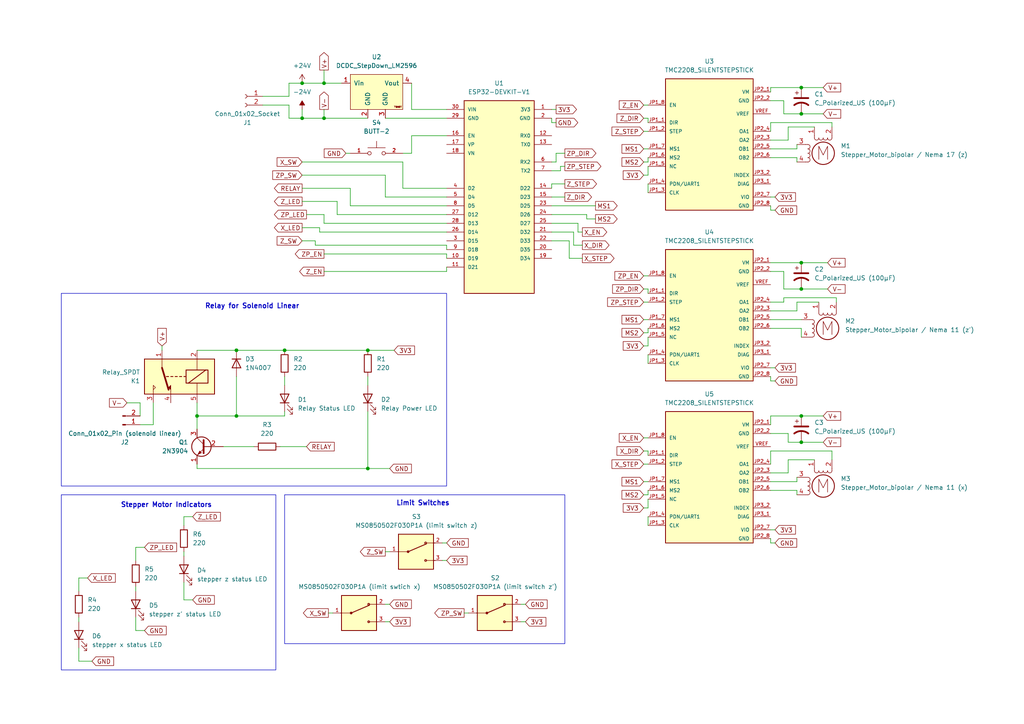
<source format=kicad_sch>
(kicad_sch (version 20231120) (generator "eeschema") (generator_version "8.0")
  (paper "A4")
  (title_block (title "IoT Liquid Dispensing Iodium-131 Capsules") (date "2024-05-22") (rev "6"))
  (lib_symbols
    (symbol "BUTT-2:BUTT-2" (pin_names (offset 1.016))
      (property "Reference" "S" (at -5.08 3.81 0))
      (property "Value" "BUTT-2" (at -5.08 -3.81 0))
      (symbol "BUTT-2_0_0"
        (pin passive line (at -7.62 0 0) (length 5.08) (name "~") (number "1"))
        (pin passive line (at 7.62 0 180) (length 5.08) (name "~") (number "2"))
      )
    )
    (symbol "Connector:Conn_01x02_Pin" (pin_names (offset 1.016) hide)
      (property "Reference" "J" (at 0 2.54 0))
      (property "Value" "Conn_01x02_Pin" (at 0 -5.08 0))
      (symbol "Conn_01x02_Pin_1_1"
        (pin passive line (at 5.08 0 180) (length 3.81) (name "Pin_1") (number "1"))
        (pin passive line (at 5.08 -2.54 180) (length 3.81) (name "Pin_2") (number "2"))
      )
    )
    (symbol "Connector:Conn_01x02_Socket" (pin_names (offset 1.016) hide)
      (property "Reference" "J" (at 0 2.54 0))
      (property "Value" "Conn_01x02_Socket" (at 0 -5.08 0))
      (symbol "Conn_01x02_Socket_1_1"
        (pin passive line (at -5.08 0 0) (length 3.81) (name "Pin_1") (number "1"))
        (pin passive line (at -5.08 -2.54 0) (length 3.81) (name "Pin_2") (number "2"))
      )
    )
    (symbol "Device:C_Polarized_US" (pin_numbers hide) (pin_names (offset 0.254) hide)
      (property "Reference" "C" (at 0.635 2.54 0))
      (property "Value" "C_Polarized_US" (at 0.635 -2.54 0))
      (symbol "C_Polarized_US_1_1"
        (pin passive line (at 0 3.81 270) (length 2.794) (name "~") (number "1"))
        (pin passive line (at 0 -3.81 90) (length 3.302) (name "~") (number "2"))
      )
    )
    (symbol "Device:D" (pin_numbers hide) (pin_names (offset 1.016) hide)
      (property "Reference" "D" (at 0 2.54 0))
      (property "Value" "D" (at 0 -2.54 0))
      (symbol "D_1_1"
        (pin passive line (at -3.81 0 0) (length 2.54) (name "K") (number "1"))
        (pin passive line (at 3.81 0 180) (length 2.54) (name "A") (number "2"))
      )
    )
    (symbol "Device:LED" (pin_numbers hide) (pin_names (offset 1.016) hide)
      (property "Reference" "D" (at 0 2.54 0))
      (property "Value" "LED" (at 0 -2.54 0))
      (symbol "LED_1_1"
        (pin passive line (at -3.81 0 0) (length 2.54) (name "K") (number "1"))
        (pin passive line (at 3.81 0 180) (length 2.54) (name "A") (number "2"))
      )
    )
    (symbol "Device:R" (pin_numbers hide) (pin_names (offset 0))
      (property "Reference" "R" (at 2.032 0 90))
      (property "Value" "R" (at 0 0 90))
      (symbol "R_1_1"
        (pin passive line (at 0 3.81 270) (length 1.27) (name "~") (number "1"))
        (pin passive line (at 0 -3.81 90) (length 1.27) (name "~") (number "2"))
      )
    )
    (symbol "ESP32-DEVKIT-V1:ESP32-DEVKIT-V1" (pin_names (offset 1.016))
      (property "Reference" "U" (at -10.16 30.48 0))
      (property "Value" "ESP32-DEVKIT-V1" (at -10.16 -30.48 0))
      (symbol "ESP32-DEVKIT-V1_0_0"
        (pin bidirectional line (at -15.24 -17.78 0) (length 5.08) (name "D19") (number "10"))
        (pin bidirectional line (at -15.24 -20.32 0) (length 5.08) (name "D21") (number "11"))
        (pin input line (at 15.24 17.78 180) (length 5.08) (name "RX0") (number "12"))
        (pin output line (at 15.24 15.24 180) (length 5.08) (name "TX0") (number "13"))
        (pin bidirectional line (at 15.24 2.54 180) (length 5.08) (name "D22") (number "14"))
        (pin bidirectional line (at 15.24 0 180) (length 5.08) (name "D23") (number "15"))
        (pin input line (at -15.24 17.78 0) (length 5.08) (name "EN") (number "16"))
        (pin bidirectional line (at -15.24 15.24 0) (length 5.08) (name "VP") (number "17"))
        (pin bidirectional line (at -15.24 12.7 0) (length 5.08) (name "VN") (number "18"))
        (pin bidirectional line (at 15.24 -17.78 180) (length 5.08) (name "D34") (number "19"))
        (pin bidirectional line (at 15.24 -15.24 180) (length 5.08) (name "D35") (number "20"))
        (pin bidirectional line (at 15.24 -10.16 180) (length 5.08) (name "D32") (number "21"))
        (pin bidirectional line (at 15.24 -12.7 180) (length 5.08) (name "D33") (number "22"))
        (pin bidirectional line (at 15.24 -2.54 180) (length 5.08) (name "D25") (number "23"))
        (pin bidirectional line (at 15.24 -5.08 180) (length 5.08) (name "D26") (number "24"))
        (pin bidirectional line (at 15.24 -7.62 180) (length 5.08) (name "D27") (number "25"))
        (pin bidirectional line (at -15.24 -10.16 0) (length 5.08) (name "D14") (number "26"))
        (pin bidirectional line (at -15.24 -5.08 0) (length 5.08) (name "D12") (number "27"))
        (pin bidirectional line (at -15.24 -7.62 0) (length 5.08) (name "D13") (number "28"))
        (pin power_in line (at -15.24 22.86 0) (length 5.08) (name "GND") (number "29"))
        (pin bidirectional line (at -15.24 -12.7 0) (length 5.08) (name "D15") (number "3"))
        (pin bidirectional line (at -15.24 2.54 0) (length 5.08) (name "D2") (number "4"))
        (pin bidirectional line (at -15.24 0 0) (length 5.08) (name "D4") (number "5"))
        (pin input line (at 15.24 10.16 180) (length 5.08) (name "RX2") (number "6"))
        (pin output line (at 15.24 7.62 180) (length 5.08) (name "TX2") (number "7"))
        (pin bidirectional line (at -15.24 -2.54 0) (length 5.08) (name "D5") (number "8"))
        (pin bidirectional line (at -15.24 -15.24 0) (length 5.08) (name "D18") (number "9"))
      )
      (symbol "ESP32-DEVKIT-V1_1_0"
        (pin power_out line (at 15.24 25.4 180) (length 5.08) (name "3V3") (number "1"))
        (pin power_out line (at 15.24 22.86 180) (length 5.08) (name "GND") (number "2"))
        (pin power_in line (at -15.24 25.4 0) (length 5.08) (name "VIN") (number "30"))
      )
    )
    (symbol "MS0850502F030P1A:MS0850502F030P1A" (pin_names (offset 1.016))
      (property "Reference" "S" (at -5.0923 5.6015 0))
      (property "Value" "MS0850502F030P1A" (at -5.0887 -7.633 0))
      (symbol "MS0850502F030P1A_0_0"
        (pin passive line (at -7.62 0 0) (length 2.54) (name "~") (number "1"))
        (pin passive line (at 7.62 2.54 180) (length 2.54) (name "~") (number "2"))
        (pin passive line (at 7.62 -2.54 180) (length 2.54) (name "~") (number "3"))
      )
    )
    (symbol "Motor:Stepper_Motor_bipolar" (pin_names (offset 0) hide)
      (property "Reference" "M" (at 3.81 2.54 0))
      (property "Value" "Stepper_Motor_bipolar" (at 3.81 1.27 0))
      (symbol "Stepper_Motor_bipolar_1_1"
        (pin passive line (at -2.54 7.62 270) (length 2.54) (name "~") (number "1"))
        (pin passive line (at 2.54 7.62 270) (length 2.54) (name "-") (number "2"))
        (pin passive line (at -7.62 2.54 0) (length 2.54) (name "~") (number "3"))
        (pin passive line (at -7.62 -2.54 0) (length 2.54) (name "~") (number "4"))
      )
    )
    (symbol "Relay:Relay_SPDT"
      (property "Reference" "K1" (at 11.43 1.2701 0))
      (property "Value" "Relay_SPDT" (at 11.43 -1.2699 0))
      (symbol "Relay_SPDT_1_1"
        (pin passive line (at 5.08 -7.62 90) (length 2.54) (name "~") (number "1"))
        (pin passive line (at -5.08 -7.62 90) (length 2.54) (name "~") (number "2"))
        (pin passive line (at 7.62 7.62 270) (length 2.54) (name "~") (number "3"))
        (pin passive line (at 2.54 7.62 270) (length 2.54) (name "~") (number "4"))
        (pin passive line (at -5.08 7.62 270) (length 2.54) (name "~") (number "5"))
      )
    )
    (symbol "TMC2208_SILENTSTEPSTICK:TMC2208_SILENTSTEPSTICK" (pin_names (offset 1.016))
      (property "Reference" "U" (at -12.7 19.05 0))
      (property "Value" "TMC2208_SILENTSTEPSTICK" (at -12.7 -22.86 0))
      (symbol "TMC2208_SILENTSTEPSTICK_0_0"
        (pin input line (at -17.78 5.08 0) (length 5.08) (name "DIR") (number "JP1_1"))
        (pin input line (at -17.78 2.54 0) (length 5.08) (name "STEP") (number "JP1_2"))
        (pin bidirectional line (at -17.78 -12.7 0) (length 5.08) (name "PDN/UART1") (number "JP1_4"))
        (pin input line (at -17.78 -5.08 0) (length 5.08) (name "MS2") (number "JP1_6"))
        (pin input line (at -17.78 -2.54 0) (length 5.08) (name "MS1") (number "JP1_7"))
        (pin input line (at -17.78 10.16 0) (length 5.08) (name "EN") (number "JP1_8"))
        (pin power_in line (at 17.78 11.43 180) (length 5.08) (name "GND") (number "JP2_2"))
        (pin passive line (at 17.78 0 180) (length 5.08) (name "OA2") (number "JP2_3"))
        (pin passive line (at 17.78 2.54 180) (length 5.08) (name "OA1") (number "JP2_4"))
        (pin passive line (at 17.78 -2.54 180) (length 5.08) (name "OB1") (number "JP2_5"))
        (pin passive line (at 17.78 -5.08 180) (length 5.08) (name "OB2") (number "JP2_6"))
        (pin power_in line (at 17.78 -16.51 180) (length 5.08) (name "VIO") (number "JP2_7"))
        (pin power_in line (at 17.78 -19.05 180) (length 5.08) (name "GND") (number "JP2_8"))
        (pin output line (at 17.78 -12.7 180) (length 5.08) (name "DIAG") (number "JP3_1"))
        (pin output line (at 17.78 -10.16 180) (length 5.08) (name "INDEX") (number "JP3_2"))
        (pin passive line (at 17.78 7.62 180) (length 5.08) (name "VREF") (number "VREF"))
      )
      (symbol "TMC2208_SILENTSTEPSTICK_1_0"
        (pin input line (at -17.78 -15.24 0) (length 5.08) (name "CLK") (number "JP1_3"))
        (pin free line (at -17.78 -7.62 0) (length 5.08) (name "NC") (number "JP1_5"))
        (pin power_in line (at 17.78 13.97 180) (length 5.08) (name "VM") (number "JP2_1"))
      )
    )
    (symbol "TMC2208_SILENTSTEPSTICK_1" (pin_names (offset 1.016))
      (property "Reference" "U" (at -12.7 19.05 0))
      (property "Value" "TMC2208_SILENTSTEPSTICK" (at -12.7 -22.86 0))
      (symbol "TMC2208_SILENTSTEPSTICK_1_0_0"
        (pin input line (at -17.78 5.08 0) (length 5.08) (name "DIR") (number "JP1_1"))
        (pin input line (at -17.78 2.54 0) (length 5.08) (name "STEP") (number "JP1_2"))
        (pin bidirectional line (at -17.78 -12.7 0) (length 5.08) (name "PDN/UART1") (number "JP1_4"))
        (pin input line (at -17.78 -5.08 0) (length 5.08) (name "MS2") (number "JP1_6"))
        (pin input line (at -17.78 -2.54 0) (length 5.08) (name "MS1") (number "JP1_7"))
        (pin input line (at -17.78 10.16 0) (length 5.08) (name "EN") (number "JP1_8"))
        (pin power_in line (at 17.78 11.43 180) (length 5.08) (name "GND") (number "JP2_2"))
        (pin passive line (at 17.78 0 180) (length 5.08) (name "OA2") (number "JP2_3"))
        (pin passive line (at 17.78 2.54 180) (length 5.08) (name "OA1") (number "JP2_4"))
        (pin passive line (at 17.78 -2.54 180) (length 5.08) (name "OB1") (number "JP2_5"))
        (pin passive line (at 17.78 -5.08 180) (length 5.08) (name "OB2") (number "JP2_6"))
        (pin power_in line (at 17.78 -16.51 180) (length 5.08) (name "VIO") (number "JP2_7"))
        (pin power_in line (at 17.78 -19.05 180) (length 5.08) (name "GND") (number "JP2_8"))
        (pin output line (at 17.78 -12.7 180) (length 5.08) (name "DIAG") (number "JP3_1"))
        (pin output line (at 17.78 -10.16 180) (length 5.08) (name "INDEX") (number "JP3_2"))
        (pin passive line (at 17.78 7.62 180) (length 5.08) (name "VREF") (number "VREF"))
      )
      (symbol "TMC2208_SILENTSTEPSTICK_1_1_0"
        (pin input line (at -17.78 -15.24 0) (length 5.08) (name "CLK") (number "JP1_3"))
        (pin free line (at -17.78 -7.62 0) (length 5.08) (name "NC") (number "JP1_5"))
        (pin power_in line (at 17.78 13.97 180) (length 5.08) (name "VM") (number "JP2_1"))
      )
    )
    (symbol "TMC2208_SILENTSTEPSTICK_2" (pin_names (offset 1.016))
      (property "Reference" "U" (at -12.7 19.05 0))
      (property "Value" "TMC2208_SILENTSTEPSTICK" (at -12.7 -22.86 0))
      (symbol "TMC2208_SILENTSTEPSTICK_2_0_0"
        (pin input line (at -17.78 5.08 0) (length 5.08) (name "DIR") (number "JP1_1"))
        (pin input line (at -17.78 2.54 0) (length 5.08) (name "STEP") (number "JP1_2"))
        (pin bidirectional line (at -17.78 -12.7 0) (length 5.08) (name "PDN/UART1") (number "JP1_4"))
        (pin input line (at -17.78 -5.08 0) (length 5.08) (name "MS2") (number "JP1_6"))
        (pin input line (at -17.78 -2.54 0) (length 5.08) (name "MS1") (number "JP1_7"))
        (pin input line (at -17.78 10.16 0) (length 5.08) (name "EN") (number "JP1_8"))
        (pin power_in line (at 17.78 11.43 180) (length 5.08) (name "GND") (number "JP2_2"))
        (pin passive line (at 17.78 0 180) (length 5.08) (name "OA2") (number "JP2_3"))
        (pin passive line (at 17.78 2.54 180) (length 5.08) (name "OA1") (number "JP2_4"))
        (pin passive line (at 17.78 -2.54 180) (length 5.08) (name "OB1") (number "JP2_5"))
        (pin passive line (at 17.78 -5.08 180) (length 5.08) (name "OB2") (number "JP2_6"))
        (pin power_in line (at 17.78 -16.51 180) (length 5.08) (name "VIO") (number "JP2_7"))
        (pin power_in line (at 17.78 -19.05 180) (length 5.08) (name "GND") (number "JP2_8"))
        (pin output line (at 17.78 -12.7 180) (length 5.08) (name "DIAG") (number "JP3_1"))
        (pin output line (at 17.78 -10.16 180) (length 5.08) (name "INDEX") (number "JP3_2"))
        (pin passive line (at 17.78 7.62 180) (length 5.08) (name "VREF") (number "VREF"))
      )
      (symbol "TMC2208_SILENTSTEPSTICK_2_1_0"
        (pin input line (at -17.78 -15.24 0) (length 5.08) (name "CLK") (number "JP1_3"))
        (pin free line (at -17.78 -7.62 0) (length 5.08) (name "NC") (number "JP1_5"))
        (pin power_in line (at 17.78 13.97 180) (length 5.08) (name "VM") (number "JP2_1"))
      )
    )
    (symbol "Transistor_BJT:2N3904" (pin_names (offset 0) hide)
      (property "Reference" "Q" (at 5.08 1.905 0))
      (property "Value" "2N3904" (at 5.08 0 0))
      (symbol "2N3904_1_1"
        (pin passive line (at 2.54 -5.08 90) (length 2.54) (name "E") (number "1"))
        (pin passive line (at -5.08 0 0) (length 5.715) (name "B") (number "2"))
        (pin passive line (at 2.54 5.08 270) (length 2.54) (name "C") (number "3"))
      )
    )
    (symbol "dcdc_stepdown_lm2596:YAAJ_DCDC_StepDown_LM2596" (pin_names (offset 1.016))
      (property "Reference" "U" (at -5.08 6.35 0))
      (property "Value" "YAAJ_DCDC_StepDown_LM2596" (at 0 11.43 0))
      (symbol "YAAJ_DCDC_StepDown_LM2596_1_1"
        (text "Y@@V" (at 6.1976 -4.2672 0) (effects (font (size 0.508 0.508))))
        (pin power_in line (at -10.16 2.54 0) (length 2.54) (name "Vin") (number "1"))
        (pin power_in line (at -2.54 -7.62 90) (length 2.54) (name "GND") (number "2"))
        (pin power_in line (at 2.54 -7.62 90) (length 2.54) (name "GND") (number "3"))
        (pin power_out line (at 10.16 2.54 180) (length 2.54) (name "Vout") (number "4"))
      )
    )
    (symbol "power:+24V" (power) (pin_names (offset 0))
      (property "Value" "+24V" (at 0 3.556 0))
      (symbol "+24V_1_1"
        (pin power_in line (at 0 0 90) (length 0) hide (name "+24V") (number "1"))
      )
    )
    (symbol "power:-24V" (power) (pin_names (offset 0))
      (property "Value" "-24V" (at 0 3.81 0))
      (symbol "-24V_0_0"
        (pin power_in line (at 0 0 90) (length 0) hide (name "-24V") (number "1"))
      )
    )
  )
  (junction (at 87.63 24.13))
  (junction (at 232.41 128.27))
  (junction (at 68.58 120.65))
  (junction (at 93.98 24.13))
  (junction (at 93.98 34.29))
  (junction (at 232.41 120.65))
  (junction (at 106.68 135.89))
  (junction (at 87.63 34.29))
  (junction (at 57.15 120.65))
  (junction (at 106.68 101.6))
  (junction (at 232.41 76.2))
  (junction (at 82.55 101.6))
  (junction (at 232.41 25.4))
  (junction (at 232.41 83.82))
  (junction (at 68.58 101.6))
  (junction (at 232.41 33.02))
  (wire (pts (xy 160.02 59.69) (xy 172.72 59.69)))
  (wire (pts (xy 128.27 162.56) (xy 129.54 162.56)))
  (wire (pts (xy 223.52 110.49) (xy 223.52 109.22)))
  (wire (pts (xy 162.56 48.26) (xy 162.56 49.53)))
  (wire (pts (xy 119.38 31.75) (xy 129.54 31.75)))
  (wire (pts (xy 187.96 100.33) (xy 187.96 97.79)))
  (wire (pts (xy 151.13 175.26) (xy 152.4 175.26)))
  (wire (pts (xy 44.45 123.19) (xy 44.45 116.84)))
  (wire (pts (xy 186.69 34.29) (xy 187.96 34.29)))
  (wire (pts (xy 224.79 110.49) (xy 223.52 110.49)))
  (wire (pts (xy 232.41 25.4) (xy 238.76 25.4)))
  (wire (pts (xy 232.41 97.79) (xy 232.41 95.25)))
  (wire (pts (xy 186.69 46.99) (xy 187.96 46.99)))
  (wire (pts (xy 232.41 128.27) (xy 228.6 128.27)))
  (wire (pts (xy 87.63 46.99) (xy 116.84 46.99)))
  (wire (pts (xy 111.76 34.29) (xy 129.54 34.29)))
  (wire (pts (xy 223.52 25.4) (xy 223.52 26.67)))
  (wire (pts (xy 231.14 43.18) (xy 223.52 43.18)))
  (wire (pts (xy 101.6 54.61) (xy 101.6 59.69)))
  (wire (pts (xy 231.14 45.72) (xy 223.52 45.72)))
  (wire (pts (xy 231.14 142.24) (xy 223.52 142.24)))
  (wire (pts (xy 187.96 83.82) (xy 187.96 85.09)))
  (wire (pts (xy 227.33 29.21) (xy 223.52 29.21)))
  (wire (pts (xy 187.96 149.86) (xy 187.96 152.4)))
  (wire (pts (xy 106.68 119.38) (xy 106.68 135.89)))
  (wire (pts (xy 232.41 83.82) (xy 227.33 83.82)))
  (wire (pts (xy 232.41 33.02) (xy 238.76 33.02)))
  (wire (pts (xy 119.38 24.13) (xy 119.38 31.75)))
  (wire (pts (xy 81.28 129.54) (xy 88.9 129.54)))
  (wire (pts (xy 41.91 158.75) (xy 39.37 158.75)))
  (wire (pts (xy 83.82 30.48) (xy 83.82 34.29)))
  (wire (pts (xy 163.83 53.34) (xy 160.02 53.34)))
  (wire (pts (xy 223.52 59.69) (xy 223.52 60.96)))
  (wire (pts (xy 116.84 54.61) (xy 129.54 54.61)))
  (wire (pts (xy 106.68 135.89) (xy 57.15 135.89)))
  (wire (pts (xy 166.37 71.12) (xy 166.37 67.31)))
  (wire (pts (xy 39.37 158.75) (xy 39.37 162.56)))
  (wire (pts (xy 100.33 44.45) (xy 101.6 44.45)))
  (wire (pts (xy 87.63 69.85) (xy 91.44 69.85)))
  (wire (pts (xy 241.3 130.81) (xy 223.52 130.81)))
  (wire (pts (xy 64.77 129.54) (xy 73.66 129.54)))
  (wire (pts (xy 57.15 101.6) (xy 68.58 101.6)))
  (wire (pts (xy 186.69 30.48) (xy 187.96 30.48)))
  (wire (pts (xy 232.41 128.27) (xy 238.76 128.27)))
  (wire (pts (xy 92.71 67.31) (xy 129.54 67.31)))
  (wire (pts (xy 186.69 143.51) (xy 187.96 143.51)))
  (wire (pts (xy 231.14 90.17) (xy 223.52 90.17)))
  (wire (pts (xy 187.96 130.81) (xy 187.96 132.08)))
  (wire (pts (xy 223.52 106.68) (xy 224.79 106.68)))
  (wire (pts (xy 187.96 147.32) (xy 187.96 144.78)))
  (wire (pts (xy 223.52 157.48) (xy 223.52 156.21)))
  (wire (pts (xy 119.38 44.45) (xy 119.38 39.37)))
  (wire (pts (xy 231.14 139.7) (xy 223.52 139.7)))
  (wire (pts (xy 228.6 36.83) (xy 228.6 40.64)))
  (wire (pts (xy 223.52 60.96) (xy 224.79 60.96)))
  (wire (pts (xy 160.02 35.56) (xy 160.02 34.29)))
  (wire (pts (xy 87.63 58.42) (xy 97.79 58.42)))
  (wire (pts (xy 82.55 101.6) (xy 106.68 101.6)))
  (wire (pts (xy 187.96 143.51) (xy 187.96 142.24)))
  (wire (pts (xy 82.55 119.38) (xy 82.55 120.65)))
  (wire (pts (xy 53.34 173.99) (xy 55.88 173.99)))
  (wire (pts (xy 111.76 180.34) (xy 113.03 180.34)))
  (wire (pts (xy 128.27 157.48) (xy 129.54 157.48)))
  (wire (pts (xy 187.96 46.99) (xy 187.96 45.72)))
  (wire (pts (xy 53.34 160.02) (xy 53.34 161.29)))
  (wire (pts (xy 223.52 87.63) (xy 227.33 87.63)))
  (wire (pts (xy 236.22 133.35) (xy 228.6 133.35)))
  (wire (pts (xy 95.25 177.8) (xy 96.52 177.8)))
  (wire (pts (xy 223.52 92.71) (xy 232.41 92.71)))
  (wire (pts (xy 166.37 67.31) (xy 160.02 67.31)))
  (wire (pts (xy 57.15 120.65) (xy 57.15 124.46)))
  (wire (pts (xy 87.63 31.75) (xy 87.63 34.29)))
  (wire (pts (xy 223.52 130.81) (xy 223.52 134.62)))
  (wire (pts (xy 111.76 50.8) (xy 111.76 57.15)))
  (wire (pts (xy 186.69 96.52) (xy 187.96 96.52)))
  (wire (pts (xy 186.69 92.71) (xy 187.96 92.71)))
  (wire (pts (xy 40.64 116.84) (xy 40.64 120.65)))
  (wire (pts (xy 116.84 44.45) (xy 119.38 44.45)))
  (wire (pts (xy 165.1 69.85) (xy 160.02 69.85)))
  (wire (pts (xy 97.79 58.42) (xy 97.79 62.23)))
  (wire (pts (xy 93.98 62.23) (xy 93.98 64.77)))
  (wire (pts (xy 241.3 35.56) (xy 223.52 35.56)))
  (wire (pts (xy 93.98 34.29) (xy 106.68 34.29)))
  (wire (pts (xy 106.68 109.22) (xy 106.68 111.76)))
  (wire (pts (xy 224.79 157.48) (xy 223.52 157.48)))
  (wire (pts (xy 106.68 135.89) (xy 113.03 135.89)))
  (wire (pts (xy 40.64 123.19) (xy 44.45 123.19)))
  (wire (pts (xy 151.13 180.34) (xy 152.4 180.34)))
  (wire (pts (xy 92.71 66.04) (xy 92.71 67.31)))
  (wire (pts (xy 25.4 167.64) (xy 22.86 167.64)))
  (wire (pts (xy 111.76 175.26) (xy 113.03 175.26)))
  (wire (pts (xy 36.83 116.84) (xy 40.64 116.84)))
  (wire (pts (xy 68.58 109.22) (xy 68.58 120.65)))
  (wire (pts (xy 134.62 177.8) (xy 135.89 177.8)))
  (wire (pts (xy 93.98 64.77) (xy 129.54 64.77)))
  (wire (pts (xy 91.44 71.12) (xy 129.54 71.12)))
  (wire (pts (xy 228.6 125.73) (xy 223.52 125.73)))
  (wire (pts (xy 187.96 102.87) (xy 187.96 105.41)))
  (wire (pts (xy 39.37 179.07) (xy 39.37 182.88)))
  (wire (pts (xy 55.88 149.86) (xy 53.34 149.86)))
  (wire (pts (xy 93.98 20.32) (xy 93.98 24.13)))
  (wire (pts (xy 93.98 73.66) (xy 129.54 73.66)))
  (wire (pts (xy 223.52 153.67) (xy 224.79 153.67)))
  (wire (pts (xy 53.34 168.91) (xy 53.34 173.99)))
  (wire (pts (xy 232.41 120.65) (xy 223.52 120.65)))
  (wire (pts (xy 167.64 67.31) (xy 168.91 67.31)))
  (wire (pts (xy 223.52 35.56) (xy 223.52 38.1)))
  (wire (pts (xy 165.1 74.93) (xy 165.1 69.85)))
  (wire (pts (xy 83.82 24.13) (xy 87.63 24.13)))
  (wire (pts (xy 223.52 57.15) (xy 224.79 57.15)))
  (wire (pts (xy 87.63 50.8) (xy 111.76 50.8)))
  (wire (pts (xy 119.38 39.37) (xy 129.54 39.37)))
  (wire (pts (xy 129.54 73.66) (xy 129.54 74.93)))
  (wire (pts (xy 160.02 35.56) (xy 161.29 35.56)))
  (wire (pts (xy 227.33 87.63) (xy 227.33 86.36)))
  (wire (pts (xy 129.54 71.12) (xy 129.54 72.39)))
  (wire (pts (xy 39.37 182.88) (xy 41.91 182.88)))
  (wire (pts (xy 237.49 87.63) (xy 231.14 87.63)))
  (wire (pts (xy 93.98 78.74) (xy 129.54 78.74)))
  (wire (pts (xy 186.69 83.82) (xy 187.96 83.82)))
  (wire (pts (xy 186.69 147.32) (xy 187.96 147.32)))
  (wire (pts (xy 162.56 48.26) (xy 163.83 48.26)))
  (wire (pts (xy 68.58 120.65) (xy 57.15 120.65)))
  (wire (pts (xy 83.82 34.29) (xy 87.63 34.29)))
  (wire (pts (xy 161.29 44.45) (xy 161.29 46.99)))
  (wire (pts (xy 187.96 96.52) (xy 187.96 95.25)))
  (wire (pts (xy 172.72 63.5) (xy 170.18 63.5)))
  (wire (pts (xy 160.02 31.75) (xy 161.29 31.75)))
  (wire (pts (xy 22.86 187.96) (xy 22.86 191.77)))
  (wire (pts (xy 57.15 135.89) (xy 57.15 134.62)))
  (wire (pts (xy 87.63 66.04) (xy 92.71 66.04)))
  (wire (pts (xy 223.52 120.65) (xy 223.52 123.19)))
  (wire (pts (xy 167.64 64.77) (xy 160.02 64.77)))
  (wire (pts (xy 160.02 57.15) (xy 163.83 57.15)))
  (wire (pts (xy 227.33 83.82) (xy 227.33 78.74)))
  (wire (pts (xy 22.86 167.64) (xy 22.86 171.45)))
  (wire (pts (xy 231.14 46.99) (xy 231.14 45.72)))
  (wire (pts (xy 186.69 100.33) (xy 187.96 100.33)))
  (wire (pts (xy 232.41 95.25) (xy 223.52 95.25)))
  (wire (pts (xy 91.44 69.85) (xy 91.44 71.12)))
  (wire (pts (xy 242.57 86.36) (xy 242.57 87.63)))
  (wire (pts (xy 227.33 78.74) (xy 223.52 78.74)))
  (wire (pts (xy 116.84 46.99) (xy 116.84 54.61)))
  (wire (pts (xy 186.69 43.18) (xy 187.96 43.18)))
  (wire (pts (xy 186.69 127) (xy 187.96 127)))
  (wire (pts (xy 166.37 71.12) (xy 168.91 71.12)))
  (wire (pts (xy 186.69 38.1) (xy 187.96 38.1)))
  (wire (pts (xy 186.69 134.62) (xy 187.96 134.62)))
  (wire (pts (xy 186.69 80.01) (xy 187.96 80.01)))
  (wire (pts (xy 186.69 87.63) (xy 187.96 87.63)))
  (wire (pts (xy 76.2 27.94) (xy 83.82 27.94)))
  (wire (pts (xy 165.1 74.93) (xy 168.91 74.93)))
  (wire (pts (xy 111.76 57.15) (xy 129.54 57.15)))
  (wire (pts (xy 111.76 160.02) (xy 113.03 160.02)))
  (wire (pts (xy 231.14 138.43) (xy 231.14 139.7)))
  (wire (pts (xy 39.37 170.18) (xy 39.37 171.45)))
  (wire (pts (xy 101.6 59.69) (xy 129.54 59.69)))
  (wire (pts (xy 88.9 62.23) (xy 93.98 62.23)))
  (wire (pts (xy 241.3 36.83) (xy 241.3 35.56)))
  (wire (pts (xy 228.6 137.16) (xy 223.52 137.16)))
  (wire (pts (xy 228.6 128.27) (xy 228.6 125.73)))
  (wire (pts (xy 82.55 120.65) (xy 68.58 120.65)))
  (wire (pts (xy 93.98 24.13) (xy 99.06 24.13)))
  (wire (pts (xy 232.41 76.2) (xy 240.03 76.2)))
  (wire (pts (xy 232.41 83.82) (xy 240.03 83.82)))
  (wire (pts (xy 160.02 53.34) (xy 160.02 54.61)))
  (wire (pts (xy 22.86 179.07) (xy 22.86 180.34)))
  (wire (pts (xy 186.69 130.81) (xy 187.96 130.81)))
  (wire (pts (xy 161.29 46.99) (xy 160.02 46.99)))
  (wire (pts (xy 187.96 53.34) (xy 187.96 55.88)))
  (wire (pts (xy 232.41 120.65) (xy 238.76 120.65)))
  (wire (pts (xy 227.33 33.02) (xy 227.33 29.21)))
  (wire (pts (xy 228.6 40.64) (xy 223.52 40.64)))
  (wire (pts (xy 187.96 50.8) (xy 187.96 48.26)))
  (wire (pts (xy 232.41 25.4) (xy 223.52 25.4)))
  (wire (pts (xy 231.14 87.63) (xy 231.14 90.17)))
  (wire (pts (xy 106.68 101.6) (xy 114.3 101.6)))
  (wire (pts (xy 170.18 62.23) (xy 160.02 62.23)))
  (wire (pts (xy 186.69 139.7) (xy 187.96 139.7)))
  (wire (pts (xy 83.82 27.94) (xy 83.82 24.13)))
  (wire (pts (xy 241.3 133.35) (xy 241.3 130.81)))
  (wire (pts (xy 129.54 78.74) (xy 129.54 77.47)))
  (wire (pts (xy 68.58 101.6) (xy 82.55 101.6)))
  (wire (pts (xy 87.63 34.29) (xy 93.98 34.29)))
  (wire (pts (xy 53.34 149.86) (xy 53.34 152.4)))
  (wire (pts (xy 170.18 63.5) (xy 170.18 62.23)))
  (wire (pts (xy 227.33 86.36) (xy 242.57 86.36)))
  (wire (pts (xy 167.64 64.77) (xy 167.64 67.31)))
  (wire (pts (xy 57.15 116.84) (xy 57.15 120.65)))
  (wire (pts (xy 232.41 33.02) (xy 227.33 33.02)))
  (wire (pts (xy 87.63 54.61) (xy 101.6 54.61)))
  (wire (pts (xy 162.56 49.53) (xy 160.02 49.53)))
  (wire (pts (xy 97.79 62.23) (xy 129.54 62.23)))
  (wire (pts (xy 76.2 30.48) (xy 83.82 30.48)))
  (wire (pts (xy 231.14 41.91) (xy 231.14 43.18)))
  (wire (pts (xy 93.98 31.75) (xy 93.98 34.29)))
  (wire (pts (xy 228.6 133.35) (xy 228.6 137.16)))
  (wire (pts (xy 187.96 34.29) (xy 187.96 35.56)))
  (wire (pts (xy 22.86 191.77) (xy 26.67 191.77)))
  (wire (pts (xy 231.14 143.51) (xy 231.14 142.24)))
  (wire (pts (xy 82.55 109.22) (xy 82.55 111.76)))
  (wire (pts (xy 186.69 50.8) (xy 187.96 50.8)))
  (wire (pts (xy 163.83 44.45) (xy 161.29 44.45)))
  (wire (pts (xy 236.22 36.83) (xy 228.6 36.83)))
  (wire (pts (xy 87.63 24.13) (xy 93.98 24.13)))
  (wire (pts (xy 46.99 100.33) (xy 46.99 101.6)))
  (wire (pts (xy 223.52 76.2) (xy 232.41 76.2)))
  (rectangle (start 17.78 85.09) (end 129.54 140.97))
  (rectangle (start 82.55 143.51) (end 163.83 186.69))
  (rectangle (start 17.78 143.51) (end 80.01 194.31))
  (text "Stepper Motor Indicators" (at 48.26 146.558 0) (effects (font (size 1.397 1.397) (thickness 0.2642) (bold yes))))
  (text "Relay for Solenoid Linear" (at 73.152 88.9 0) (effects (font (size 1.397 1.397) (thickness 0.2642) (bold yes))))
  (text "Limit Switches" (at 122.682 146.05 0) (effects (font (size 1.397 1.397) (thickness 0.2642) (bold yes))))
  (global_label "Z_EN" (shape input) (at 186.69 30.48 180) (property "Intersheetrefs" "${INTERSHEET_REFS}" (effects (hide yes))))
  (global_label "GND" (shape input) (at 129.54 157.48 0) (property "Intersheetrefs" "${INTERSHEET_REFS}" (effects (hide yes))))
  (global_label "ZP_LED" (shape output) (at 88.9 62.23 180) (property "Intersheetrefs" "${INTERSHEET_REFS}" (effects (hide yes))))
  (global_label "MS1" (shape input) (at 186.69 92.71 180) (property "Intersheetrefs" "${INTERSHEET_REFS}" (effects (hide yes))))
  (global_label "ZP_STEP" (shape output) (at 163.83 48.26 0) (property "Intersheetrefs" "${INTERSHEET_REFS}" (effects (hide yes))))
  (global_label "3V3" (shape input) (at 113.03 180.34 0) (property "Intersheetrefs" "${INTERSHEET_REFS}" (effects (hide yes))))
  (global_label "X_EN" (shape output) (at 168.91 67.31 0) (property "Intersheetrefs" "${INTERSHEET_REFS}" (effects (hide yes))))
  (global_label "GND" (shape input) (at 41.91 182.88 0) (property "Intersheetrefs" "${INTERSHEET_REFS}" (effects (hide yes))))
  (global_label "ZP_EN" (shape input) (at 186.69 80.01 180) (property "Intersheetrefs" "${INTERSHEET_REFS}" (effects (hide yes))))
  (global_label "MS2" (shape input) (at 186.69 96.52 180) (property "Intersheetrefs" "${INTERSHEET_REFS}" (effects (hide yes))))
  (global_label "X_LED" (shape output) (at 87.63 66.04 180) (property "Intersheetrefs" "${INTERSHEET_REFS}" (effects (hide yes))))
  (global_label "X_LED" (shape input) (at 25.4 167.64 0) (property "Intersheetrefs" "${INTERSHEET_REFS}" (effects (hide yes))))
  (global_label "V+" (shape input) (at 46.99 100.33 90) (property "Intersheetrefs" "${INTERSHEET_REFS}" (effects (hide yes))))
  (global_label "V+" (shape input) (at 240.03 76.2 0) (property "Intersheetrefs" "${INTERSHEET_REFS}" (effects (hide yes))))
  (global_label "MS1" (shape input) (at 186.69 43.18 180) (property "Intersheetrefs" "${INTERSHEET_REFS}" (effects (hide yes))))
  (global_label "MS1" (shape output) (at 172.72 59.69 0) (property "Intersheetrefs" "${INTERSHEET_REFS}" (effects (hide yes))))
  (global_label "X_SW" (shape output) (at 95.25 177.8 180) (property "Intersheetrefs" "${INTERSHEET_REFS}" (effects (hide yes))))
  (global_label "3V3" (shape input) (at 186.69 100.33 180) (property "Intersheetrefs" "${INTERSHEET_REFS}" (effects (hide yes))))
  (global_label "ZP_DIR" (shape output) (at 163.83 44.45 0) (property "Intersheetrefs" "${INTERSHEET_REFS}" (effects (hide yes))))
  (global_label "V-" (shape output) (at 93.98 31.75 90) (property "Intersheetrefs" "${INTERSHEET_REFS}" (effects (hide yes))))
  (global_label "3V3" (shape input) (at 224.79 57.15 0) (property "Intersheetrefs" "${INTERSHEET_REFS}" (effects (hide yes))))
  (global_label "3V3" (shape input) (at 186.69 50.8 180) (property "Intersheetrefs" "${INTERSHEET_REFS}" (effects (hide yes))))
  (global_label "GND" (shape input) (at 100.33 44.45 180) (property "Intersheetrefs" "${INTERSHEET_REFS}" (effects (hide yes))))
  (global_label "X_DIR" (shape output) (at 168.91 71.12 0) (property "Intersheetrefs" "${INTERSHEET_REFS}" (effects (hide yes))))
  (global_label "GND" (shape output) (at 161.29 35.56 0) (property "Intersheetrefs" "${INTERSHEET_REFS}" (effects (hide yes))))
  (global_label "Z_EN" (shape output) (at 93.98 78.74 180) (property "Intersheetrefs" "${INTERSHEET_REFS}" (effects (hide yes))))
  (global_label "MS1" (shape input) (at 186.69 139.7 180) (property "Intersheetrefs" "${INTERSHEET_REFS}" (effects (hide yes))))
  (global_label "GND" (shape input) (at 224.79 60.96 0) (property "Intersheetrefs" "${INTERSHEET_REFS}" (effects (hide yes))))
  (global_label "RELAY" (shape output) (at 87.63 54.61 180) (property "Intersheetrefs" "${INTERSHEET_REFS}" (effects (hide yes))))
  (global_label "GND" (shape input) (at 224.79 157.48 0) (property "Intersheetrefs" "${INTERSHEET_REFS}" (effects (hide yes))))
  (global_label "GND" (shape input) (at 26.67 191.77 0) (property "Intersheetrefs" "${INTERSHEET_REFS}" (effects (hide yes))))
  (global_label "ZP_EN" (shape output) (at 93.98 73.66 180) (property "Intersheetrefs" "${INTERSHEET_REFS}" (effects (hide yes))))
  (global_label "3V3" (shape output) (at 161.29 31.75 0) (property "Intersheetrefs" "${INTERSHEET_REFS}" (effects (hide yes))))
  (global_label "RELAY" (shape input) (at 88.9 129.54 0) (property "Intersheetrefs" "${INTERSHEET_REFS}" (effects (hide yes))))
  (global_label "V-" (shape input) (at 238.76 33.02 0) (property "Intersheetrefs" "${INTERSHEET_REFS}" (effects (hide yes))))
  (global_label "X_STEP" (shape input) (at 186.69 134.62 180) (property "Intersheetrefs" "${INTERSHEET_REFS}" (effects (hide yes))))
  (global_label "V-" (shape input) (at 238.76 128.27 0) (property "Intersheetrefs" "${INTERSHEET_REFS}" (effects (hide yes))))
  (global_label "3V3" (shape input) (at 224.79 153.67 0) (property "Intersheetrefs" "${INTERSHEET_REFS}" (effects (hide yes))))
  (global_label "GND" (shape input) (at 224.79 110.49 0) (property "Intersheetrefs" "${INTERSHEET_REFS}" (effects (hide yes))))
  (global_label "Z_DIR" (shape output) (at 163.83 57.15 0) (property "Intersheetrefs" "${INTERSHEET_REFS}" (effects (hide yes))))
  (global_label "ZP_SW" (shape output) (at 134.62 177.8 180) (property "Intersheetrefs" "${INTERSHEET_REFS}" (effects (hide yes))))
  (global_label "X_SW" (shape input) (at 87.63 46.99 180) (property "Intersheetrefs" "${INTERSHEET_REFS}" (effects (hide yes))))
  (global_label "ZP_LED" (shape input) (at 41.91 158.75 0) (property "Intersheetrefs" "${INTERSHEET_REFS}" (effects (hide yes))))
  (global_label "X_EN" (shape input) (at 186.69 127 180) (property "Intersheetrefs" "${INTERSHEET_REFS}" (effects (hide yes))))
  (global_label "GND" (shape input) (at 113.03 175.26 0) (property "Intersheetrefs" "${INTERSHEET_REFS}" (effects (hide yes))))
  (global_label "3V3" (shape input) (at 186.69 147.32 180) (property "Intersheetrefs" "${INTERSHEET_REFS}" (effects (hide yes))))
  (global_label "X_DIR" (shape input) (at 186.69 130.81 180) (property "Intersheetrefs" "${INTERSHEET_REFS}" (effects (hide yes))))
  (global_label "V-" (shape input) (at 36.83 116.84 180) (property "Intersheetrefs" "${INTERSHEET_REFS}" (effects (hide yes))))
  (global_label "V+" (shape output) (at 93.98 20.32 90) (property "Intersheetrefs" "${INTERSHEET_REFS}" (effects (hide yes))))
  (global_label "V+" (shape input) (at 238.76 120.65 0) (property "Intersheetrefs" "${INTERSHEET_REFS}" (effects (hide yes))))
  (global_label "Z_STEP" (shape output) (at 163.83 53.34 0) (property "Intersheetrefs" "${INTERSHEET_REFS}" (effects (hide yes))))
  (global_label "Z_SW" (shape output) (at 111.76 160.02 180) (property "Intersheetrefs" "${INTERSHEET_REFS}" (effects (hide yes))))
  (global_label "GND" (shape input) (at 113.03 135.89 0) (property "Intersheetrefs" "${INTERSHEET_REFS}" (effects (hide yes))))
  (global_label "V+" (shape input) (at 238.76 25.4 0) (property "Intersheetrefs" "${INTERSHEET_REFS}" (effects (hide yes))))
  (global_label "GND" (shape input) (at 55.88 173.99 0) (property "Intersheetrefs" "${INTERSHEET_REFS}" (effects (hide yes))))
  (global_label "GND" (shape input) (at 152.4 175.26 0) (property "Intersheetrefs" "${INTERSHEET_REFS}" (effects (hide yes))))
  (global_label "3V3" (shape input) (at 129.54 162.56 0) (property "Intersheetrefs" "${INTERSHEET_REFS}" (effects (hide yes))))
  (global_label "3V3" (shape input) (at 224.79 106.68 0) (property "Intersheetrefs" "${INTERSHEET_REFS}" (effects (hide yes))))
  (global_label "Z_SW" (shape input) (at 87.63 69.85 180) (property "Intersheetrefs" "${INTERSHEET_REFS}" (effects (hide yes))))
  (global_label "ZP_STEP" (shape input) (at 186.69 87.63 180) (property "Intersheetrefs" "${INTERSHEET_REFS}" (effects (hide yes))))
  (global_label "ZP_SW" (shape input) (at 87.63 50.8 180) (property "Intersheetrefs" "${INTERSHEET_REFS}" (effects (hide yes))))
  (global_label "Z_DIR" (shape input) (at 186.69 34.29 180) (property "Intersheetrefs" "${INTERSHEET_REFS}" (effects (hide yes))))
  (global_label "Z_LED" (shape input) (at 55.88 149.86 0) (property "Intersheetrefs" "${INTERSHEET_REFS}" (effects (hide yes))))
  (global_label "3V3" (shape input) (at 114.3 101.6 0) (property "Intersheetrefs" "${INTERSHEET_REFS}" (effects (hide yes))))
  (global_label "ZP_DIR" (shape input) (at 186.69 83.82 180) (property "Intersheetrefs" "${INTERSHEET_REFS}" (effects (hide yes))))
  (global_label "V-" (shape input) (at 240.03 83.82 0) (property "Intersheetrefs" "${INTERSHEET_REFS}" (effects (hide yes))))
  (global_label "MS2" (shape output) (at 172.72 63.5 0) (property "Intersheetrefs" "${INTERSHEET_REFS}" (effects (hide yes))))
  (global_label "Z_STEP" (shape input) (at 186.69 38.1 180) (property "Intersheetrefs" "${INTERSHEET_REFS}" (effects (hide yes))))
  (global_label "MS2" (shape input) (at 186.69 46.99 180) (property "Intersheetrefs" "${INTERSHEET_REFS}" (effects (hide yes))))
  (global_label "Z_LED" (shape output) (at 87.63 58.42 180) (property "Intersheetrefs" "${INTERSHEET_REFS}" (effects (hide yes))))
  (global_label "3V3" (shape input) (at 152.4 180.34 0) (property "Intersheetrefs" "${INTERSHEET_REFS}" (effects (hide yes))))
  (global_label "X_STEP" (shape output) (at 168.91 74.93 0) (property "Intersheetrefs" "${INTERSHEET_REFS}" (effects (hide yes))))
  (global_label "MS2" (shape input) (at 186.69 143.51 180) (property "Intersheetrefs" "${INTERSHEET_REFS}" (effects (hide yes))))
  (symbol (lib_id "Device:C_Polarized_US") (at 232.41 80.01 0) (unit 1)
    (property "Reference" "C2" (at 236.22 78.105 0) (effects (justify left)))
    (property "Value" "C_Polarized_US (100μF)" (at 236.22 80.645 0) (effects (justify left)))
    (property "Footprint" "Capacitor_THT:CP_Radial_D8.0mm_P3.50mm" (effects (hide yes)))
  )
  (symbol (lib_id "Connector:Conn_01x02_Pin") (at 35.56 123.19 0) (mirror x) (unit 1)
    (property "Reference" "J2" (at 36.195 128.27 0))
    (property "Value" "Conn_01x02_Pin (solenoid linear)" (at 36.195 125.73 0))
    (property "Footprint" "Connector_PinHeader_2.54mm:PinHeader_1x02_P2.54mm_Vertical" (effects (hide yes)))
    (property "Description" "Generic connector, single row, 01x02, script generated" (effects (hide yes)))
  )
  (symbol (lib_name "TMC2208_SILENTSTEPSTICK_1") (lib_id "TMC2208_SILENTSTEPSTICK:TMC2208_SILENTSTEPSTICK") (at 205.74 40.64 0) (unit 1)
    (property "Reference" "U3" (at 205.74 17.78 0))
    (property "Value" "TMC2208_SILENTSTEPSTICK" (at 205.74 20.32 0))
    (property "Footprint" "TMC2208_SILENTSTEPSTICK:MODULE_TMC2208_SILENTSTEPSTICK" (effects (hide yes)))
    (property "Description" "\nTMC2208 Motor Controller/Driver, Stepper Power Management Evaluation Board\n" (effects (hide yes)))
    (property "MF" "Trinamic Motion" (effects (hide yes)))
    (property "Package" "None" (effects (hide yes)))
    (property "Price" "None" (effects (hide yes)))
    (property "Check_prices" "https://www.snapeda.com/parts/TMC2208%20SILENTSTEPSTICK/Trinamic+Motion+Control+GmbH/view-part/?ref=eda" (effects (hide yes)))
    (property "SnapEDA_Link" "https://www.snapeda.com/parts/TMC2208%20SILENTSTEPSTICK/Trinamic+Motion+Control+GmbH/view-part/?ref=snap" (effects (hide yes)))
    (property "MP" "TMC2208 SILENTSTEPSTICK" (effects (hide yes)))
    (property "Purchase-URL" "https://www.snapeda.com/api/url_track_click_mouser/?unipart_id=2125784&manufacturer=Trinamic Motion&part_name=TMC2208 SILENTSTEPSTICK&search_term=None" (effects (hide yes)))
    (property "Availability" "In Stock" (effects (hide yes)))
    (property "MANUFACTURER" "Trinamic Motion" (effects (hide yes)))
  )
  (symbol (lib_id "power:+24V") (at 87.63 24.13 0) (unit 1)
    (property "Reference" "#PWR02" (effects (hide yes)))
    (property "Value" "+24V" (at 87.63 19.05 0))
    (property "Footprint" "Connector_PinSocket_2.54mm:PinSocket_1x01_P2.54mm_Vertical" (effects (hide yes)))
  )
  (symbol (lib_id "Device:R") (at 39.37 166.37 0) (unit 1)
    (property "Reference" "R5" (at 41.91 165.0999 0) (effects (justify left)))
    (property "Value" "220" (at 41.91 167.6399 0) (effects (justify left)))
    (property "Footprint" "Resistor_THT:R_Axial_DIN0204_L3.6mm_D1.6mm_P7.62mm_Horizontal" (effects (hide yes)))
    (property "Description" "Resistor" (effects (hide yes)))
  )
  (symbol (lib_id "dcdc_stepdown_lm2596:YAAJ_DCDC_StepDown_LM2596") (at 109.22 26.67 0) (unit 1)
    (property "Reference" "U2" (at 109.22 16.51 0))
    (property "Value" "DCDC_StepDown_LM2596" (at 109.22 19.05 0))
    (property "Footprint" "dcdc_stepdown_lm2596:DCDC_StepDown_LM2596" (effects (hide yes)))
  )
  (symbol (lib_id "Device:R") (at 106.68 105.41 0) (unit 1)
    (property "Reference" "R1" (at 109.22 104.1399 0) (effects (justify left)))
    (property "Value" "220" (at 109.22 106.6799 0) (effects (justify left)))
    (property "Footprint" "Resistor_THT:R_Axial_DIN0204_L3.6mm_D1.6mm_P7.62mm_Horizontal" (effects (hide yes)))
    (property "Description" "Resistor" (effects (hide yes)))
  )
  (symbol (lib_id "Motor:Stepper_Motor_bipolar") (at 238.76 44.45 0) (unit 1)
    (property "Reference" "M1" (at 243.84 42.329 0) (effects (justify left)))
    (property "Value" "Stepper_Motor_bipolar / Nema 17 (z)" (at 243.84 44.869 0) (effects (justify left)))
    (property "Footprint" "Connector_PinHeader_2.54mm:PinHeader_1x04_P2.54mm_Vertical" (effects (hide yes)))
    (property "Datasheet" "http://www.infineon.com/dgdl/Application-Note-TLE8110EE_driving_UniPolarStepperMotor_V1.1.pdf?fileId=db3a30431be39b97011be5d0aa0a00b0" (effects (hide yes)))
  )
  (symbol (lib_id "Device:R") (at 53.34 156.21 0) (unit 1)
    (property "Reference" "R6" (at 55.88 154.9399 0) (effects (justify left)))
    (property "Value" "220" (at 55.88 157.4799 0) (effects (justify left)))
    (property "Footprint" "Resistor_THT:R_Axial_DIN0204_L3.6mm_D1.6mm_P7.62mm_Horizontal" (effects (hide yes)))
    (property "Description" "Resistor" (effects (hide yes)))
  )
  (symbol (lib_id "Motor:Stepper_Motor_bipolar") (at 240.03 95.25 0) (unit 1)
    (property "Reference" "M2" (at 245.11 93.129 0) (effects (justify left)))
    (property "Value" "Stepper_Motor_bipolar / Nema 11 (z')" (at 245.11 95.669 0) (effects (justify left)))
    (property "Footprint" "Connector_PinHeader_2.54mm:PinHeader_1x04_P2.54mm_Vertical" (effects (hide yes)))
    (property "Datasheet" "http://www.infineon.com/dgdl/Application-Note-TLE8110EE_driving_UniPolarStepperMotor_V1.1.pdf?fileId=db3a30431be39b97011be5d0aa0a00b0" (effects (hide yes)))
  )
  (symbol (lib_id "Device:LED") (at 106.68 115.57 90) (unit 1)
    (property "Reference" "D2" (at 110.49 115.8874 90) (effects (justify right)))
    (property "Value" "Relay Power LED" (at 110.49 118.4274 90) (effects (justify right)))
    (property "Footprint" "LED_THT:LED_D3.0mm" (effects (hide yes)))
    (property "Description" "Light emitting diode" (effects (hide yes)))
  )
  (symbol (lib_id "Relay:Relay_SPDT") (at 52.07 109.22 180) (unit 1)
    (property "Reference" "K1" (at 40.64 110.4901 0) (effects (justify left)))
    (property "Value" "Relay_SPDT" (at 40.64 107.9501 0) (effects (justify left)))
    (property "Footprint" "Relay_THT:Relay_SPDT_SANYOU_SRD_Series_Form_C" (effects (hide yes)))
    (property "Description" "Monostable Relay SPDT, EN50005" (effects (hide yes)))
  )
  (symbol (lib_id "MS0850502F030P1A:MS0850502F030P1A") (at 104.14 177.8 0) (unit 1)
    (property "Reference" "S1" (effects (hide yes)))
    (property "Value" "MS0850502F030P1A (limit swtich x)" (at 104.267 170.18 0))
    (property "Footprint" "Connector_PinHeader_2.54mm:PinHeader_1x03_P2.54mm_Vertical" (effects (hide yes)))
    (property "Description" "\nSnap Action Switch, SPDT, ON-MOM, MS Series, Straight Lever, 5A, 125VAC, PC Pin | E-Switch MS0850502F030P1A\n" (effects (hide yes)))
    (property "MF" "E-Switch" (effects (hide yes)))
    (property "Package" "None" (effects (hide yes)))
    (property "Price" "None" (effects (hide yes)))
    (property "Check_prices" "https://www.snapeda.com/parts/MS0850502F030P1A/E-Switch/view-part/?ref=eda" (effects (hide yes)))
    (property "SnapEDA_Link" "https://www.snapeda.com/parts/MS0850502F030P1A/E-Switch/view-part/?ref=snap" (effects (hide yes)))
    (property "MP" "MS0850502F030P1A" (effects (hide yes)))
    (property "Purchase-URL" "https://www.snapeda.com/api/url_track_click_mouser/?unipart_id=1129959&manufacturer=E-Switch&part_name=MS0850502F030P1A&search_term=None" (effects (hide yes)))
    (property "Availability" "In Stock" (effects (hide yes)))
    (property "MANUFACTURER" "E-SWITCH" (effects (hide yes)))
  )
  (symbol (lib_id "power:-24V") (at 87.63 31.75 0) (unit 1)
    (property "Reference" "#PWR03" (effects (hide yes)))
    (property "Value" "-24V" (at 87.63 26.67 0))
    (property "Footprint" "Connector_PinSocket_2.54mm:PinSocket_1x01_P2.54mm_Vertical" (effects (hide yes)))
  )
  (symbol (lib_id "Device:LED") (at 82.55 115.57 90) (unit 1)
    (property "Reference" "D1" (at 86.36 115.8874 90) (effects (justify right)))
    (property "Value" "Relay Status LED" (at 86.36 118.4274 90) (effects (justify right)))
    (property "Footprint" "LED_THT:LED_D3.0mm" (effects (hide yes)))
    (property "Description" "Light emitting diode" (effects (hide yes)))
  )
  (symbol (lib_id "ESP32-DEVKIT-V1:ESP32-DEVKIT-V1") (at 144.78 57.15 0) (unit 1)
    (property "Reference" "U1" (at 144.78 24.13 0))
    (property "Value" "ESP32-DEVKIT-V1" (at 144.78 26.67 0))
    (property "Footprint" "ESP32-DEVKIT-V1:MODULE_ESP32_DEVKIT_V1" (effects (hide yes)))
    (property "Description" "\nDual core, Wi-Fi: 2.4 GHz up to 150 Mbits/s,BLE (Bluetooth Low Energy) and legacy Bluetooth, 32 bits, Up to 240 MHz\n" (effects (hide yes)))
    (property "MF" "Do it" (effects (hide yes)))
    (property "MAXIMUM_PACKAGE_HEIGHT" "6.8 mm" (effects (hide yes)))
    (property "Package" "None" (effects (hide yes)))
    (property "Price" "None" (effects (hide yes)))
    (property "Check_prices" "https://www.snapeda.com/parts/ESP32-DEVKIT-V1/Do+it/view-part/?ref=eda" (effects (hide yes)))
    (property "STANDARD" "Manufacturer Recommendations" (effects (hide yes)))
    (property "PARTREV" "N/A" (effects (hide yes)))
    (property "SnapEDA_Link" "https://www.snapeda.com/parts/ESP32-DEVKIT-V1/Do+it/view-part/?ref=snap" (effects (hide yes)))
    (property "MP" "ESP32-DEVKIT-V1" (effects (hide yes)))
    (property "Availability" "Not in stock" (effects (hide yes)))
    (property "MANUFACTURER" "DOIT" (effects (hide yes)))
  )
  (symbol (lib_id "TMC2208_SILENTSTEPSTICK:TMC2208_SILENTSTEPSTICK") (at 205.74 137.16 0) (unit 1)
    (property "Reference" "U5" (at 205.74 114.3 0))
    (property "Value" "TMC2208_SILENTSTEPSTICK" (at 205.74 116.84 0))
    (property "Footprint" "TMC2208_SILENTSTEPSTICK:MODULE_TMC2208_SILENTSTEPSTICK" (effects (hide yes)))
    (property "Description" "\nTMC2208 Motor Controller/Driver, Stepper Power Management Evaluation Board\n" (effects (hide yes)))
    (property "MF" "Trinamic Motion" (effects (hide yes)))
    (property "Package" "None" (effects (hide yes)))
    (property "Price" "None" (effects (hide yes)))
    (property "Check_prices" "https://www.snapeda.com/parts/TMC2208%20SILENTSTEPSTICK/Trinamic+Motion+Control+GmbH/view-part/?ref=eda" (effects (hide yes)))
    (property "SnapEDA_Link" "https://www.snapeda.com/parts/TMC2208%20SILENTSTEPSTICK/Trinamic+Motion+Control+GmbH/view-part/?ref=snap" (effects (hide yes)))
    (property "MP" "TMC2208 SILENTSTEPSTICK" (effects (hide yes)))
    (property "Purchase-URL" "https://www.snapeda.com/api/url_track_click_mouser/?unipart_id=2125784&manufacturer=Trinamic Motion&part_name=TMC2208 SILENTSTEPSTICK&search_term=None" (effects (hide yes)))
    (property "Availability" "In Stock" (effects (hide yes)))
    (property "MANUFACTURER" "Trinamic Motion" (effects (hide yes)))
  )
  (symbol (lib_id "Device:C_Polarized_US") (at 232.41 29.21 0) (unit 1)
    (property "Reference" "C1" (at 236.22 27.305 0) (effects (justify left)))
    (property "Value" "C_Polarized_US (100μF)" (at 236.22 29.845 0) (effects (justify left)))
    (property "Footprint" "Capacitor_THT:CP_Radial_D8.0mm_P3.50mm" (effects (hide yes)))
  )
  (symbol (lib_id "Device:LED") (at 39.37 175.26 90) (unit 1)
    (property "Reference" "D5" (at 43.18 175.5774 90) (effects (justify right)))
    (property "Value" "stepper z' status LED" (at 43.18 178.1174 90) (effects (justify right)))
    (property "Footprint" "LED_THT:LED_D3.0mm" (effects (hide yes)))
    (property "Description" "Light emitting diode" (effects (hide yes)))
  )
  (symbol (lib_id "MS0850502F030P1A:MS0850502F030P1A") (at 120.65 160.02 0) (unit 1)
    (property "Reference" "S3" (at 120.777 149.86 0))
    (property "Value" "MS0850502F030P1A (limit switch z)" (at 120.777 152.4 0))
    (property "Footprint" "Connector_PinHeader_2.54mm:PinHeader_1x03_P2.54mm_Vertical" (effects (hide yes)))
    (property "Description" "\nSnap Action Switch, SPDT, ON-MOM, MS Series, Straight Lever, 5A, 125VAC, PC Pin | E-Switch MS0850502F030P1A\n" (effects (hide yes)))
    (property "MF" "E-Switch" (effects (hide yes)))
    (property "Package" "None" (effects (hide yes)))
    (property "Price" "None" (effects (hide yes)))
    (property "Check_prices" "https://www.snapeda.com/parts/MS0850502F030P1A/E-Switch/view-part/?ref=eda" (effects (hide yes)))
    (property "SnapEDA_Link" "https://www.snapeda.com/parts/MS0850502F030P1A/E-Switch/view-part/?ref=snap" (effects (hide yes)))
    (property "MP" "MS0850502F030P1A" (effects (hide yes)))
    (property "Purchase-URL" "https://www.snapeda.com/api/url_track_click_mouser/?unipart_id=1129959&manufacturer=E-Switch&part_name=MS0850502F030P1A&search_term=None" (effects (hide yes)))
    (property "Availability" "In Stock" (effects (hide yes)))
    (property "MANUFACTURER" "E-SWITCH" (effects (hide yes)))
  )
  (symbol (lib_id "Motor:Stepper_Motor_bipolar") (at 238.76 140.97 0) (unit 1)
    (property "Reference" "M3" (at 243.84 138.849 0) (effects (justify left)))
    (property "Value" "Stepper_Motor_bipolar / Nema 11 (x)" (at 243.84 141.389 0) (effects (justify left)))
    (property "Footprint" "Connector_PinHeader_2.54mm:PinHeader_1x04_P2.54mm_Vertical" (effects (hide yes)))
    (property "Datasheet" "http://www.infineon.com/dgdl/Application-Note-TLE8110EE_driving_UniPolarStepperMotor_V1.1.pdf?fileId=db3a30431be39b97011be5d0aa0a00b0" (effects (hide yes)))
  )
  (symbol (lib_id "Device:LED") (at 22.86 184.15 90) (unit 1)
    (property "Reference" "D6" (at 26.67 184.4674 90) (effects (justify right)))
    (property "Value" "stepper x status LED" (at 26.67 187.0074 90) (effects (justify right)))
    (property "Footprint" "LED_THT:LED_D3.0mm" (effects (hide yes)))
    (property "Description" "Light emitting diode" (effects (hide yes)))
  )
  (symbol (lib_id "BUTT-2:BUTT-2") (at 109.22 44.45 0) (unit 1)
    (property "Reference" "S4" (at 109.22 35.56 0))
    (property "Value" "BUTT-2" (at 109.22 38.1 0))
    (property "Footprint" "BUTT-2:SW_BUTT-2" (effects (hide yes)))
    (property "MF" "Gravitech" (effects (hide yes)))
    (property "MAXIMUM_PACKAGE_HEIGHT" "9.5 mm" (effects (hide yes)))
    (property "Package" "None" (effects (hide yes)))
    (property "Price" "None" (effects (hide yes)))
    (property "Check_prices" "https://www.snapeda.com/parts/BUTT-2/Gravitech/view-part/?ref=eda" (effects (hide yes)))
    (property "STANDARD" "Manufactrer Recommendations" (effects (hide yes)))
    (property "PARTREV" "N/A" (effects (hide yes)))
    (property "SnapEDA_Link" "https://www.snapeda.com/parts/BUTT-2/Gravitech/view-part/?ref=snap" (effects (hide yes)))
    (property "MP" "BUTT-2" (effects (hide yes)))
    (property "Description_1" "\nTactile Switches MINI PUSH BUTTON SWITCH 2-PIN QTY. 4\n" (effects (hide yes)))
    (property "Availability" "Not in stock" (effects (hide yes)))
    (property "MANUFACTURER" "Gravitech" (effects (hide yes)))
  )
  (symbol (lib_id "MS0850502F030P1A:MS0850502F030P1A") (at 143.51 177.8 0) (unit 1)
    (property "Reference" "S2" (at 143.637 167.64 0))
    (property "Value" "MS0850502F030P1A (limit switch z')" (at 143.637 170.18 0))
    (property "Footprint" "Connector_PinHeader_2.54mm:PinHeader_1x03_P2.54mm_Vertical" (effects (hide yes)))
    (property "Description" "\nSnap Action Switch, SPDT, ON-MOM, MS Series, Straight Lever, 5A, 125VAC, PC Pin | E-Switch MS0850502F030P1A\n" (effects (hide yes)))
    (property "MF" "E-Switch" (effects (hide yes)))
    (property "Package" "None" (effects (hide yes)))
    (property "Price" "None" (effects (hide yes)))
    (property "Check_prices" "https://www.snapeda.com/parts/MS0850502F030P1A/E-Switch/view-part/?ref=eda" (effects (hide yes)))
    (property "SnapEDA_Link" "https://www.snapeda.com/parts/MS0850502F030P1A/E-Switch/view-part/?ref=snap" (effects (hide yes)))
    (property "MP" "MS0850502F030P1A" (effects (hide yes)))
    (property "Purchase-URL" "https://www.snapeda.com/api/url_track_click_mouser/?unipart_id=1129959&manufacturer=E-Switch&part_name=MS0850502F030P1A&search_term=None" (effects (hide yes)))
    (property "Availability" "In Stock" (effects (hide yes)))
    (property "MANUFACTURER" "E-SWITCH" (effects (hide yes)))
  )
  (symbol (lib_id "Transistor_BJT:2N3904") (at 59.69 129.54 0) (mirror y) (unit 1)
    (property "Reference" "Q1" (at 54.61 128.2699 0) (effects (justify left)))
    (property "Value" "2N3904" (at 54.61 130.8099 0) (effects (justify left)))
    (property "Footprint" "Package_TO_SOT_THT:TO-92_Inline_Wide" (effects (hide yes)))
    (property "Datasheet" "https://www.onsemi.com/pub/Collateral/2N3903-D.PDF" (effects (hide yes)))
    (property "Description" "0.2A Ic, 40V Vce, Small Signal NPN Transistor, TO-92" (effects (hide yes)))
  )
  (symbol (lib_id "Device:D") (at 68.58 105.41 270) (unit 1)
    (property "Reference" "D3" (at 71.12 104.1399 90) (effects (justify left)))
    (property "Value" "1N4007" (at 71.12 106.6799 90) (effects (justify left)))
    (property "Footprint" "Diode_THT:D_DO-41_SOD81_P7.62mm_Horizontal" (effects (hide yes)))
    (property "Description" "Diode" (effects (hide yes)))
    (property "Sim.Device" "D" (effects (hide yes)))
    (property "Sim.Pins" "1=K 2=A" (effects (hide yes)))
  )
  (symbol (lib_id "Device:R") (at 82.55 105.41 0) (unit 1)
    (property "Reference" "R2" (at 85.09 104.1399 0) (effects (justify left)))
    (property "Value" "220" (at 85.09 106.6799 0) (effects (justify left)))
    (property "Footprint" "Resistor_THT:R_Axial_DIN0204_L3.6mm_D1.6mm_P7.62mm_Horizontal" (effects (hide yes)))
    (property "Description" "Resistor" (effects (hide yes)))
  )
  (symbol (lib_id "Device:R") (at 77.47 129.54 270) (unit 1)
    (property "Reference" "R3" (at 77.47 123.19 90))
    (property "Value" "220" (at 77.47 125.73 90))
    (property "Footprint" "Resistor_THT:R_Axial_DIN0204_L3.6mm_D1.6mm_P7.62mm_Horizontal" (effects (hide yes)))
    (property "Description" "Resistor" (effects (hide yes)))
  )
  (symbol (lib_id "Device:R") (at 22.86 175.26 0) (unit 1)
    (property "Reference" "R4" (at 25.4 173.9899 0) (effects (justify left)))
    (property "Value" "220" (at 25.4 176.5299 0) (effects (justify left)))
    (property "Footprint" "Resistor_THT:R_Axial_DIN0204_L3.6mm_D1.6mm_P7.62mm_Horizontal" (effects (hide yes)))
    (property "Description" "Resistor" (effects (hide yes)))
  )
  (symbol (lib_id "Device:LED") (at 53.34 165.1 90) (unit 1)
    (property "Reference" "D4" (at 57.15 165.4174 90) (effects (justify right)))
    (property "Value" "stepper z status LED" (at 57.15 167.9574 90) (effects (justify right)))
    (property "Footprint" "LED_THT:LED_D3.0mm" (effects (hide yes)))
    (property "Description" "Light emitting diode" (effects (hide yes)))
  )
  (symbol (lib_id "Device:C_Polarized_US") (at 232.41 124.46 0) (unit 1)
    (property "Reference" "C3" (at 236.22 122.555 0) (effects (justify left)))
    (property "Value" "C_Polarized_US (100μF)" (at 236.22 125.095 0) (effects (justify left)))
    (property "Footprint" "Capacitor_THT:CP_Radial_D8.0mm_P3.50mm" (effects (hide yes)))
  )
  (symbol (lib_name "TMC2208_SILENTSTEPSTICK_2") (lib_id "TMC2208_SILENTSTEPSTICK:TMC2208_SILENTSTEPSTICK") (at 205.74 90.17 0) (unit 1)
    (property "Reference" "U4" (at 205.74 67.31 0))
    (property "Value" "TMC2208_SILENTSTEPSTICK" (at 205.74 69.85 0))
    (property "Footprint" "TMC2208_SILENTSTEPSTICK:MODULE_TMC2208_SILENTSTEPSTICK" (effects (hide yes)))
    (property "Description" "\nTMC2208 Motor Controller/Driver, Stepper Power Management Evaluation Board\n" (effects (hide yes)))
    (property "MF" "Trinamic Motion" (effects (hide yes)))
    (property "Package" "None" (effects (hide yes)))
    (property "Price" "None" (effects (hide yes)))
    (property "Check_prices" "https://www.snapeda.com/parts/TMC2208%20SILENTSTEPSTICK/Trinamic+Motion+Control+GmbH/view-part/?ref=eda" (effects (hide yes)))
    (property "SnapEDA_Link" "https://www.snapeda.com/parts/TMC2208%20SILENTSTEPSTICK/Trinamic+Motion+Control+GmbH/view-part/?ref=snap" (effects (hide yes)))
    (property "MP" "TMC2208 SILENTSTEPSTICK" (effects (hide yes)))
    (property "Purchase-URL" "https://www.snapeda.com/api/url_track_click_mouser/?unipart_id=2125784&manufacturer=Trinamic Motion&part_name=TMC2208 SILENTSTEPSTICK&search_term=None" (effects (hide yes)))
    (property "Availability" "In Stock" (effects (hide yes)))
    (property "MANUFACTURER" "Trinamic Motion" (effects (hide yes)))
  )
  (symbol (lib_id "Connector:Conn_01x02_Socket") (at 71.12 27.94 0) (mirror y) (unit 1)
    (property "Reference" "J1" (at 71.755 35.56 0))
    (property "Value" "Conn_01x02_Socket" (at 71.755 33.02 0))
    (property "Footprint" "TerminalBlock_Phoenix:TerminalBlock_Phoenix_PT-1,5-2-3.5-H_1x02_P3.50mm_Horizontal" (effects (hide yes)))
  )
)
</source>
